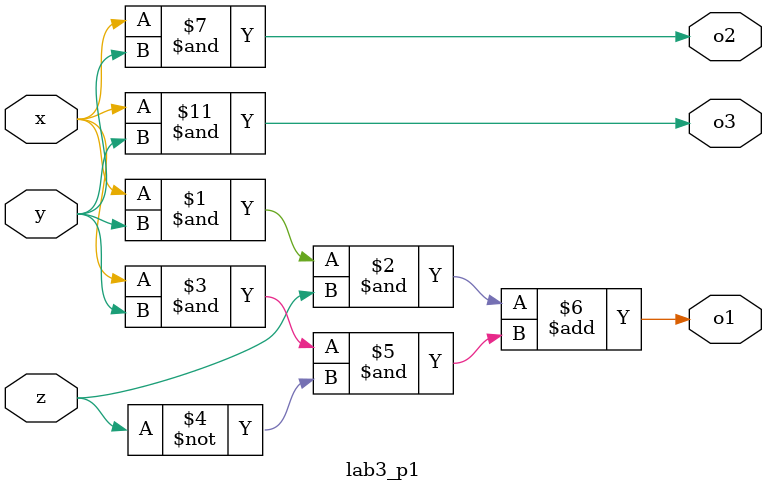
<source format=v>
module lab3_p1(
    input x,
    input y,
    input z,
    output o1,
    output o2,
    output o3
    );
    
    assign o1 = (x & y & z) + (x & y & ~z);
    assign o2 = x & y & (z | ~z);
    assign o3 = x & y;
endmodule

</source>
